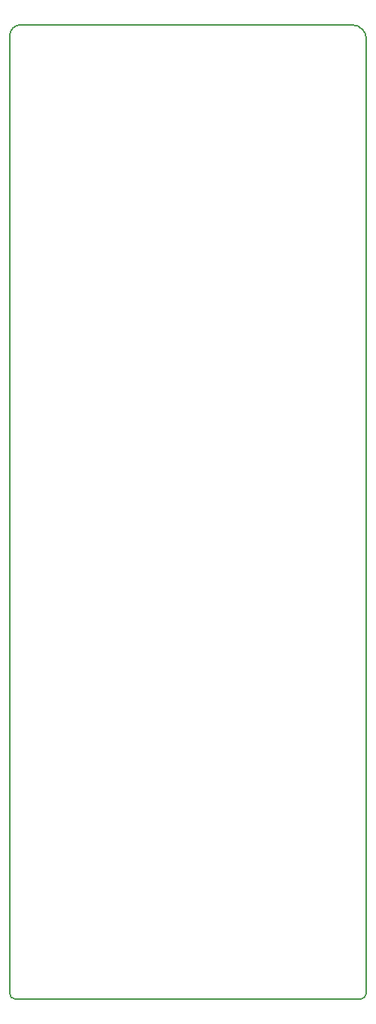
<source format=gko>
G04 DipTrace 3.3.0.0*
G04 uTidesII.GKO*
%MOIN*%
G04 #@! TF.FileFunction,Profile*
G04 #@! TF.Part,Single*
%ADD11C,0.005512*%
%FSLAX26Y26*%
G04*
G70*
G90*
G75*
G01*
G04 BoardOutline*
%LPD*%
X1906524Y4694024D2*
D11*
G02X1969024Y4631524I-878J-63378D01*
G01*
Y419024D1*
G02X1944024Y394024I-24843J-157D01*
G01*
X419024D1*
G02X394024Y419024I-651J24349D01*
G01*
Y4644024D1*
G02X444024Y4694024I49472J528D01*
G01*
X1906524D1*
M02*

</source>
